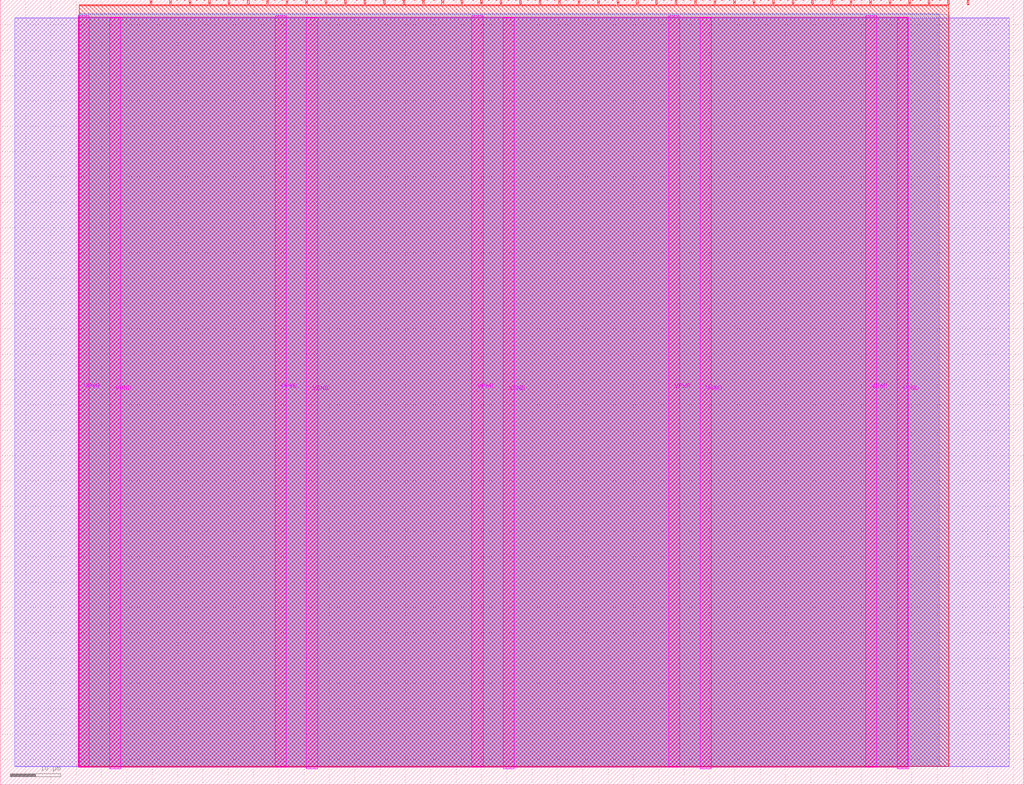
<source format=lef>
VERSION 5.7 ;
  NOWIREEXTENSIONATPIN ON ;
  DIVIDERCHAR "/" ;
  BUSBITCHARS "[]" ;
MACRO tt_um_mattvenn_vgatest
  CLASS BLOCK ;
  FOREIGN tt_um_mattvenn_vgatest ;
  ORIGIN 0.000 0.000 ;
  SIZE 202.080 BY 154.980 ;
  PIN VGND
    DIRECTION INOUT ;
    USE GROUND ;
    PORT
      LAYER TopMetal1 ;
        RECT 21.580 3.150 23.780 151.420 ;
    END
    PORT
      LAYER TopMetal1 ;
        RECT 60.450 3.150 62.650 151.420 ;
    END
    PORT
      LAYER TopMetal1 ;
        RECT 99.320 3.150 101.520 151.420 ;
    END
    PORT
      LAYER TopMetal1 ;
        RECT 138.190 3.150 140.390 151.420 ;
    END
    PORT
      LAYER TopMetal1 ;
        RECT 177.060 3.150 179.260 151.420 ;
    END
  END VGND
  PIN VPWR
    DIRECTION INOUT ;
    USE POWER ;
    PORT
      LAYER TopMetal1 ;
        RECT 15.380 3.560 17.580 151.830 ;
    END
    PORT
      LAYER TopMetal1 ;
        RECT 54.250 3.560 56.450 151.830 ;
    END
    PORT
      LAYER TopMetal1 ;
        RECT 93.120 3.560 95.320 151.830 ;
    END
    PORT
      LAYER TopMetal1 ;
        RECT 131.990 3.560 134.190 151.830 ;
    END
    PORT
      LAYER TopMetal1 ;
        RECT 170.860 3.560 173.060 151.830 ;
    END
  END VPWR
  PIN clk
    DIRECTION INPUT ;
    USE SIGNAL ;
    ANTENNAGATEAREA 0.725400 ;
    PORT
      LAYER Metal4 ;
        RECT 187.050 153.980 187.350 154.980 ;
    END
  END clk
  PIN ena
    DIRECTION INPUT ;
    USE SIGNAL ;
    PORT
      LAYER Metal4 ;
        RECT 190.890 153.980 191.190 154.980 ;
    END
  END ena
  PIN rst_n
    DIRECTION INPUT ;
    USE SIGNAL ;
    ANTENNAGATEAREA 0.906100 ;
    PORT
      LAYER Metal4 ;
        RECT 183.210 153.980 183.510 154.980 ;
    END
  END rst_n
  PIN ui_in[0]
    DIRECTION INPUT ;
    USE SIGNAL ;
    ANTENNAGATEAREA 0.213200 ;
    PORT
      LAYER Metal4 ;
        RECT 179.370 153.980 179.670 154.980 ;
    END
  END ui_in[0]
  PIN ui_in[1]
    DIRECTION INPUT ;
    USE SIGNAL ;
    ANTENNAGATEAREA 0.213200 ;
    PORT
      LAYER Metal4 ;
        RECT 175.530 153.980 175.830 154.980 ;
    END
  END ui_in[1]
  PIN ui_in[2]
    DIRECTION INPUT ;
    USE SIGNAL ;
    ANTENNAGATEAREA 0.180700 ;
    PORT
      LAYER Metal4 ;
        RECT 171.690 153.980 171.990 154.980 ;
    END
  END ui_in[2]
  PIN ui_in[3]
    DIRECTION INPUT ;
    USE SIGNAL ;
    ANTENNAGATEAREA 0.180700 ;
    PORT
      LAYER Metal4 ;
        RECT 167.850 153.980 168.150 154.980 ;
    END
  END ui_in[3]
  PIN ui_in[4]
    DIRECTION INPUT ;
    USE SIGNAL ;
    PORT
      LAYER Metal4 ;
        RECT 164.010 153.980 164.310 154.980 ;
    END
  END ui_in[4]
  PIN ui_in[5]
    DIRECTION INPUT ;
    USE SIGNAL ;
    PORT
      LAYER Metal4 ;
        RECT 160.170 153.980 160.470 154.980 ;
    END
  END ui_in[5]
  PIN ui_in[6]
    DIRECTION INPUT ;
    USE SIGNAL ;
    PORT
      LAYER Metal4 ;
        RECT 156.330 153.980 156.630 154.980 ;
    END
  END ui_in[6]
  PIN ui_in[7]
    DIRECTION INPUT ;
    USE SIGNAL ;
    PORT
      LAYER Metal4 ;
        RECT 152.490 153.980 152.790 154.980 ;
    END
  END ui_in[7]
  PIN uio_in[0]
    DIRECTION INPUT ;
    USE SIGNAL ;
    PORT
      LAYER Metal4 ;
        RECT 148.650 153.980 148.950 154.980 ;
    END
  END uio_in[0]
  PIN uio_in[1]
    DIRECTION INPUT ;
    USE SIGNAL ;
    PORT
      LAYER Metal4 ;
        RECT 144.810 153.980 145.110 154.980 ;
    END
  END uio_in[1]
  PIN uio_in[2]
    DIRECTION INPUT ;
    USE SIGNAL ;
    PORT
      LAYER Metal4 ;
        RECT 140.970 153.980 141.270 154.980 ;
    END
  END uio_in[2]
  PIN uio_in[3]
    DIRECTION INPUT ;
    USE SIGNAL ;
    PORT
      LAYER Metal4 ;
        RECT 137.130 153.980 137.430 154.980 ;
    END
  END uio_in[3]
  PIN uio_in[4]
    DIRECTION INPUT ;
    USE SIGNAL ;
    PORT
      LAYER Metal4 ;
        RECT 133.290 153.980 133.590 154.980 ;
    END
  END uio_in[4]
  PIN uio_in[5]
    DIRECTION INPUT ;
    USE SIGNAL ;
    PORT
      LAYER Metal4 ;
        RECT 129.450 153.980 129.750 154.980 ;
    END
  END uio_in[5]
  PIN uio_in[6]
    DIRECTION INPUT ;
    USE SIGNAL ;
    PORT
      LAYER Metal4 ;
        RECT 125.610 153.980 125.910 154.980 ;
    END
  END uio_in[6]
  PIN uio_in[7]
    DIRECTION INPUT ;
    USE SIGNAL ;
    PORT
      LAYER Metal4 ;
        RECT 121.770 153.980 122.070 154.980 ;
    END
  END uio_in[7]
  PIN uio_oe[0]
    DIRECTION OUTPUT ;
    USE SIGNAL ;
    ANTENNADIFFAREA 0.299200 ;
    PORT
      LAYER Metal4 ;
        RECT 56.490 153.980 56.790 154.980 ;
    END
  END uio_oe[0]
  PIN uio_oe[1]
    DIRECTION OUTPUT ;
    USE SIGNAL ;
    ANTENNADIFFAREA 0.299200 ;
    PORT
      LAYER Metal4 ;
        RECT 52.650 153.980 52.950 154.980 ;
    END
  END uio_oe[1]
  PIN uio_oe[2]
    DIRECTION OUTPUT ;
    USE SIGNAL ;
    ANTENNADIFFAREA 0.299200 ;
    PORT
      LAYER Metal4 ;
        RECT 48.810 153.980 49.110 154.980 ;
    END
  END uio_oe[2]
  PIN uio_oe[3]
    DIRECTION OUTPUT ;
    USE SIGNAL ;
    ANTENNADIFFAREA 0.299200 ;
    PORT
      LAYER Metal4 ;
        RECT 44.970 153.980 45.270 154.980 ;
    END
  END uio_oe[3]
  PIN uio_oe[4]
    DIRECTION OUTPUT ;
    USE SIGNAL ;
    ANTENNADIFFAREA 0.299200 ;
    PORT
      LAYER Metal4 ;
        RECT 41.130 153.980 41.430 154.980 ;
    END
  END uio_oe[4]
  PIN uio_oe[5]
    DIRECTION OUTPUT ;
    USE SIGNAL ;
    ANTENNADIFFAREA 0.299200 ;
    PORT
      LAYER Metal4 ;
        RECT 37.290 153.980 37.590 154.980 ;
    END
  END uio_oe[5]
  PIN uio_oe[6]
    DIRECTION OUTPUT ;
    USE SIGNAL ;
    ANTENNADIFFAREA 0.299200 ;
    PORT
      LAYER Metal4 ;
        RECT 33.450 153.980 33.750 154.980 ;
    END
  END uio_oe[6]
  PIN uio_oe[7]
    DIRECTION OUTPUT ;
    USE SIGNAL ;
    ANTENNADIFFAREA 0.299200 ;
    PORT
      LAYER Metal4 ;
        RECT 29.610 153.980 29.910 154.980 ;
    END
  END uio_oe[7]
  PIN uio_out[0]
    DIRECTION OUTPUT ;
    USE SIGNAL ;
    ANTENNADIFFAREA 0.299200 ;
    PORT
      LAYER Metal4 ;
        RECT 87.210 153.980 87.510 154.980 ;
    END
  END uio_out[0]
  PIN uio_out[1]
    DIRECTION OUTPUT ;
    USE SIGNAL ;
    ANTENNADIFFAREA 0.299200 ;
    PORT
      LAYER Metal4 ;
        RECT 83.370 153.980 83.670 154.980 ;
    END
  END uio_out[1]
  PIN uio_out[2]
    DIRECTION OUTPUT ;
    USE SIGNAL ;
    ANTENNADIFFAREA 0.299200 ;
    PORT
      LAYER Metal4 ;
        RECT 79.530 153.980 79.830 154.980 ;
    END
  END uio_out[2]
  PIN uio_out[3]
    DIRECTION OUTPUT ;
    USE SIGNAL ;
    ANTENNADIFFAREA 0.299200 ;
    PORT
      LAYER Metal4 ;
        RECT 75.690 153.980 75.990 154.980 ;
    END
  END uio_out[3]
  PIN uio_out[4]
    DIRECTION OUTPUT ;
    USE SIGNAL ;
    ANTENNADIFFAREA 0.299200 ;
    PORT
      LAYER Metal4 ;
        RECT 71.850 153.980 72.150 154.980 ;
    END
  END uio_out[4]
  PIN uio_out[5]
    DIRECTION OUTPUT ;
    USE SIGNAL ;
    ANTENNADIFFAREA 0.299200 ;
    PORT
      LAYER Metal4 ;
        RECT 68.010 153.980 68.310 154.980 ;
    END
  END uio_out[5]
  PIN uio_out[6]
    DIRECTION OUTPUT ;
    USE SIGNAL ;
    ANTENNADIFFAREA 0.299200 ;
    PORT
      LAYER Metal4 ;
        RECT 64.170 153.980 64.470 154.980 ;
    END
  END uio_out[6]
  PIN uio_out[7]
    DIRECTION OUTPUT ;
    USE SIGNAL ;
    ANTENNADIFFAREA 0.299200 ;
    PORT
      LAYER Metal4 ;
        RECT 60.330 153.980 60.630 154.980 ;
    END
  END uio_out[7]
  PIN uo_out[0]
    DIRECTION OUTPUT ;
    USE SIGNAL ;
    ANTENNADIFFAREA 0.662000 ;
    PORT
      LAYER Metal4 ;
        RECT 117.930 153.980 118.230 154.980 ;
    END
  END uo_out[0]
  PIN uo_out[1]
    DIRECTION OUTPUT ;
    USE SIGNAL ;
    ANTENNADIFFAREA 0.981400 ;
    PORT
      LAYER Metal4 ;
        RECT 114.090 153.980 114.390 154.980 ;
    END
  END uo_out[1]
  PIN uo_out[2]
    DIRECTION OUTPUT ;
    USE SIGNAL ;
    ANTENNADIFFAREA 0.981400 ;
    PORT
      LAYER Metal4 ;
        RECT 110.250 153.980 110.550 154.980 ;
    END
  END uo_out[2]
  PIN uo_out[3]
    DIRECTION OUTPUT ;
    USE SIGNAL ;
    ANTENNADIFFAREA 0.708600 ;
    PORT
      LAYER Metal4 ;
        RECT 106.410 153.980 106.710 154.980 ;
    END
  END uo_out[3]
  PIN uo_out[4]
    DIRECTION OUTPUT ;
    USE SIGNAL ;
    ANTENNADIFFAREA 0.662000 ;
    PORT
      LAYER Metal4 ;
        RECT 102.570 153.980 102.870 154.980 ;
    END
  END uo_out[4]
  PIN uo_out[5]
    DIRECTION OUTPUT ;
    USE SIGNAL ;
    ANTENNADIFFAREA 0.988000 ;
    PORT
      LAYER Metal4 ;
        RECT 98.730 153.980 99.030 154.980 ;
    END
  END uo_out[5]
  PIN uo_out[6]
    DIRECTION OUTPUT ;
    USE SIGNAL ;
    ANTENNADIFFAREA 0.662000 ;
    PORT
      LAYER Metal4 ;
        RECT 94.890 153.980 95.190 154.980 ;
    END
  END uo_out[6]
  PIN uo_out[7]
    DIRECTION OUTPUT ;
    USE SIGNAL ;
    ANTENNADIFFAREA 0.708600 ;
    PORT
      LAYER Metal4 ;
        RECT 91.050 153.980 91.350 154.980 ;
    END
  END uo_out[7]
  OBS
      LAYER GatPoly ;
        RECT 2.880 3.630 199.200 151.350 ;
      LAYER Metal1 ;
        RECT 2.880 3.560 199.200 151.420 ;
      LAYER Metal2 ;
        RECT 15.560 3.635 185.385 152.185 ;
      LAYER Metal3 ;
        RECT 15.515 3.680 187.345 152.145 ;
      LAYER Metal4 ;
        RECT 15.560 153.770 29.400 153.980 ;
        RECT 30.120 153.770 33.240 153.980 ;
        RECT 33.960 153.770 37.080 153.980 ;
        RECT 37.800 153.770 40.920 153.980 ;
        RECT 41.640 153.770 44.760 153.980 ;
        RECT 45.480 153.770 48.600 153.980 ;
        RECT 49.320 153.770 52.440 153.980 ;
        RECT 53.160 153.770 56.280 153.980 ;
        RECT 57.000 153.770 60.120 153.980 ;
        RECT 60.840 153.770 63.960 153.980 ;
        RECT 64.680 153.770 67.800 153.980 ;
        RECT 68.520 153.770 71.640 153.980 ;
        RECT 72.360 153.770 75.480 153.980 ;
        RECT 76.200 153.770 79.320 153.980 ;
        RECT 80.040 153.770 83.160 153.980 ;
        RECT 83.880 153.770 87.000 153.980 ;
        RECT 87.720 153.770 90.840 153.980 ;
        RECT 91.560 153.770 94.680 153.980 ;
        RECT 95.400 153.770 98.520 153.980 ;
        RECT 99.240 153.770 102.360 153.980 ;
        RECT 103.080 153.770 106.200 153.980 ;
        RECT 106.920 153.770 110.040 153.980 ;
        RECT 110.760 153.770 113.880 153.980 ;
        RECT 114.600 153.770 117.720 153.980 ;
        RECT 118.440 153.770 121.560 153.980 ;
        RECT 122.280 153.770 125.400 153.980 ;
        RECT 126.120 153.770 129.240 153.980 ;
        RECT 129.960 153.770 133.080 153.980 ;
        RECT 133.800 153.770 136.920 153.980 ;
        RECT 137.640 153.770 140.760 153.980 ;
        RECT 141.480 153.770 144.600 153.980 ;
        RECT 145.320 153.770 148.440 153.980 ;
        RECT 149.160 153.770 152.280 153.980 ;
        RECT 153.000 153.770 156.120 153.980 ;
        RECT 156.840 153.770 159.960 153.980 ;
        RECT 160.680 153.770 163.800 153.980 ;
        RECT 164.520 153.770 167.640 153.980 ;
        RECT 168.360 153.770 171.480 153.980 ;
        RECT 172.200 153.770 175.320 153.980 ;
        RECT 176.040 153.770 179.160 153.980 ;
        RECT 179.880 153.770 183.000 153.980 ;
        RECT 183.720 153.770 186.840 153.980 ;
        RECT 15.560 3.635 187.300 153.770 ;
      LAYER Metal5 ;
        RECT 15.515 3.470 179.125 151.510 ;
  END
END tt_um_mattvenn_vgatest
END LIBRARY


</source>
